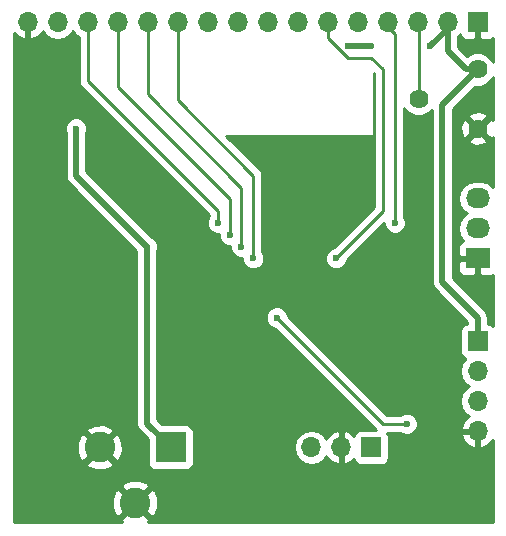
<source format=gbl>
G04 #@! TF.FileFunction,Copper,L2,Bot,Signal*
%FSLAX46Y46*%
G04 Gerber Fmt 4.6, Leading zero omitted, Abs format (unit mm)*
G04 Created by KiCad (PCBNEW 4.0.5+dfsg1-4) date Sat Dec 16 07:09:28 2017*
%MOMM*%
%LPD*%
G01*
G04 APERTURE LIST*
%ADD10C,0.100000*%
%ADD11R,2.600000X2.600000*%
%ADD12C,2.600000*%
%ADD13R,1.700000X1.700000*%
%ADD14O,1.700000X1.700000*%
%ADD15R,2.032000X1.727200*%
%ADD16O,2.032000X1.727200*%
%ADD17C,1.620000*%
%ADD18C,0.600000*%
%ADD19C,0.500000*%
%ADD20C,0.250000*%
%ADD21C,0.254000*%
G04 APERTURE END LIST*
D10*
D11*
X167000000Y-107000000D03*
D12*
X161000000Y-107000000D03*
X164000000Y-111700000D03*
D13*
X193000000Y-71000000D03*
D14*
X190460000Y-71000000D03*
X187920000Y-71000000D03*
X185380000Y-71000000D03*
X182840000Y-71000000D03*
X180300000Y-71000000D03*
X177760000Y-71000000D03*
X175220000Y-71000000D03*
X172680000Y-71000000D03*
X170140000Y-71000000D03*
X167600000Y-71000000D03*
X165060000Y-71000000D03*
X162520000Y-71000000D03*
X159980000Y-71000000D03*
X157440000Y-71000000D03*
X154900000Y-71000000D03*
D15*
X193000000Y-91000000D03*
D16*
X193000000Y-88460000D03*
X193000000Y-85920000D03*
D17*
X193000000Y-80000000D03*
X188000000Y-77500000D03*
X193000000Y-75000000D03*
D13*
X184000000Y-107000000D03*
D14*
X181460000Y-107000000D03*
X178920000Y-107000000D03*
D13*
X193000000Y-98000000D03*
D14*
X193000000Y-100540000D03*
X193000000Y-103080000D03*
X193000000Y-105620000D03*
D18*
X189000000Y-73000000D03*
X184000000Y-73000000D03*
X182000000Y-73000000D03*
X159000000Y-80000000D03*
X165000000Y-90000000D03*
X186000000Y-88000000D03*
X181000000Y-91000000D03*
X174000000Y-91000000D03*
X173000000Y-90000000D03*
X172000000Y-89000000D03*
X171000000Y-88000000D03*
X187000000Y-105000000D03*
X176000000Y-96000000D03*
D19*
X189000000Y-73000000D02*
X190460000Y-71540000D01*
X182000000Y-73000000D02*
X184000000Y-73000000D01*
D20*
X190460000Y-71540000D02*
X190460000Y-71000000D01*
D19*
X159000000Y-80000000D02*
X159000000Y-84000000D01*
X159000000Y-84000000D02*
X165000000Y-90000000D01*
X193000000Y-98000000D02*
X193000000Y-96000000D01*
X190000000Y-78000000D02*
X193000000Y-75000000D01*
X190000000Y-93000000D02*
X190000000Y-78000000D01*
X193000000Y-96000000D02*
X190000000Y-93000000D01*
X165000000Y-105000000D02*
X167000000Y-107000000D01*
X165000000Y-90000000D02*
X165000000Y-105000000D01*
X193000000Y-75000000D02*
X192000000Y-75000000D01*
X192000000Y-75000000D02*
X190460000Y-73460000D01*
X190460000Y-73460000D02*
X190460000Y-71000000D01*
D20*
X188000000Y-77500000D02*
X188000000Y-71080000D01*
X188000000Y-71080000D02*
X187920000Y-71000000D01*
X186000000Y-72000000D02*
X185380000Y-71380000D01*
X186000000Y-88000000D02*
X186000000Y-72000000D01*
X185380000Y-71380000D02*
X185380000Y-71000000D01*
X180300000Y-71000000D02*
X180300000Y-72300000D01*
X185000000Y-87000000D02*
X181000000Y-91000000D01*
X185000000Y-75000000D02*
X185000000Y-87000000D01*
X184000000Y-74000000D02*
X185000000Y-75000000D01*
X182000000Y-74000000D02*
X184000000Y-74000000D01*
X180300000Y-72300000D02*
X182000000Y-74000000D01*
X174000000Y-91000000D02*
X174000000Y-84000000D01*
X174000000Y-84000000D02*
X167600000Y-77600000D01*
X167600000Y-77600000D02*
X167600000Y-71000000D01*
X173000000Y-90000000D02*
X173000000Y-85000000D01*
X173000000Y-85000000D02*
X165060000Y-77060000D01*
X165060000Y-77060000D02*
X165060000Y-71000000D01*
X172000000Y-89000000D02*
X172000000Y-86000000D01*
X172000000Y-86000000D02*
X162520000Y-76520000D01*
X162520000Y-76520000D02*
X162520000Y-71000000D01*
X159980000Y-75980000D02*
X159980000Y-71000000D01*
X171000000Y-87000000D02*
X159980000Y-75980000D01*
X171000000Y-88000000D02*
X171000000Y-87000000D01*
X185000000Y-105000000D02*
X187000000Y-105000000D01*
X176000000Y-96000000D02*
X185000000Y-105000000D01*
D21*
G36*
X155027000Y-70873000D02*
X155047000Y-70873000D01*
X155047000Y-71127000D01*
X155027000Y-71127000D01*
X155027000Y-72320155D01*
X155256890Y-72441476D01*
X155666924Y-72271645D01*
X156095183Y-71881358D01*
X156162298Y-71738447D01*
X156389946Y-72079147D01*
X156871715Y-72401054D01*
X157440000Y-72514093D01*
X158008285Y-72401054D01*
X158490054Y-72079147D01*
X158710000Y-71749974D01*
X158929946Y-72079147D01*
X159220000Y-72272954D01*
X159220000Y-75980000D01*
X159277852Y-76270839D01*
X159442599Y-76517401D01*
X170240000Y-87314802D01*
X170240000Y-87437537D01*
X170207808Y-87469673D01*
X170065162Y-87813201D01*
X170064838Y-88185167D01*
X170206883Y-88528943D01*
X170469673Y-88792192D01*
X170813201Y-88934838D01*
X171065056Y-88935057D01*
X171064838Y-89185167D01*
X171206883Y-89528943D01*
X171469673Y-89792192D01*
X171813201Y-89934838D01*
X172065056Y-89935057D01*
X172064838Y-90185167D01*
X172206883Y-90528943D01*
X172469673Y-90792192D01*
X172813201Y-90934838D01*
X173065056Y-90935057D01*
X173064838Y-91185167D01*
X173206883Y-91528943D01*
X173469673Y-91792192D01*
X173813201Y-91934838D01*
X174185167Y-91935162D01*
X174528943Y-91793117D01*
X174792192Y-91530327D01*
X174934838Y-91186799D01*
X174935162Y-90814833D01*
X174793117Y-90471057D01*
X174760000Y-90437882D01*
X174760000Y-84000000D01*
X174702148Y-83709161D01*
X174537401Y-83462599D01*
X171701802Y-80627000D01*
X184100000Y-80627000D01*
X184146159Y-80618315D01*
X184188553Y-80591035D01*
X184216994Y-80549410D01*
X184227000Y-80500000D01*
X184227000Y-75301802D01*
X184240000Y-75314802D01*
X184240000Y-86685198D01*
X180860320Y-90064878D01*
X180814833Y-90064838D01*
X180471057Y-90206883D01*
X180207808Y-90469673D01*
X180065162Y-90813201D01*
X180064838Y-91185167D01*
X180206883Y-91528943D01*
X180469673Y-91792192D01*
X180813201Y-91934838D01*
X181185167Y-91935162D01*
X181528943Y-91793117D01*
X181792192Y-91530327D01*
X181934838Y-91186799D01*
X181934879Y-91139923D01*
X185064991Y-88009811D01*
X185064838Y-88185167D01*
X185206883Y-88528943D01*
X185469673Y-88792192D01*
X185813201Y-88934838D01*
X186185167Y-88935162D01*
X186528943Y-88793117D01*
X186792192Y-88530327D01*
X186934838Y-88186799D01*
X186935162Y-87814833D01*
X186793117Y-87471057D01*
X186760000Y-87437882D01*
X186760000Y-78282909D01*
X186774275Y-78317457D01*
X187180405Y-78724297D01*
X187711311Y-78944748D01*
X188286167Y-78945250D01*
X188817457Y-78725725D01*
X189115000Y-78428701D01*
X189115000Y-92999995D01*
X189114999Y-93000000D01*
X189171190Y-93282484D01*
X189182367Y-93338675D01*
X189374210Y-93625790D01*
X192115000Y-96366579D01*
X192115000Y-96509146D01*
X191914683Y-96546838D01*
X191698559Y-96685910D01*
X191553569Y-96898110D01*
X191502560Y-97150000D01*
X191502560Y-98850000D01*
X191546838Y-99085317D01*
X191685910Y-99301441D01*
X191898110Y-99446431D01*
X191965541Y-99460086D01*
X191920853Y-99489946D01*
X191598946Y-99971715D01*
X191485907Y-100540000D01*
X191598946Y-101108285D01*
X191920853Y-101590054D01*
X192250026Y-101810000D01*
X191920853Y-102029946D01*
X191598946Y-102511715D01*
X191485907Y-103080000D01*
X191598946Y-103648285D01*
X191920853Y-104130054D01*
X192261553Y-104357702D01*
X192118642Y-104424817D01*
X191728355Y-104853076D01*
X191558524Y-105263110D01*
X191679845Y-105493000D01*
X192873000Y-105493000D01*
X192873000Y-105473000D01*
X193127000Y-105473000D01*
X193127000Y-105493000D01*
X193147000Y-105493000D01*
X193147000Y-105747000D01*
X193127000Y-105747000D01*
X193127000Y-106940819D01*
X193356892Y-107061486D01*
X193881358Y-106815183D01*
X194271645Y-106386924D01*
X194290000Y-106342608D01*
X194290000Y-113290000D01*
X165089678Y-113290000D01*
X165189854Y-113069459D01*
X164000000Y-111879605D01*
X162810146Y-113069459D01*
X162910322Y-113290000D01*
X153710000Y-113290000D01*
X153710000Y-111363880D01*
X162055934Y-111363880D01*
X162075290Y-112133427D01*
X162332545Y-112754496D01*
X162630541Y-112889854D01*
X163820395Y-111700000D01*
X164179605Y-111700000D01*
X165369459Y-112889854D01*
X165667455Y-112754496D01*
X165944066Y-112036120D01*
X165924710Y-111266573D01*
X165667455Y-110645504D01*
X165369459Y-110510146D01*
X164179605Y-111700000D01*
X163820395Y-111700000D01*
X162630541Y-110510146D01*
X162332545Y-110645504D01*
X162055934Y-111363880D01*
X153710000Y-111363880D01*
X153710000Y-110330541D01*
X162810146Y-110330541D01*
X164000000Y-111520395D01*
X165189854Y-110330541D01*
X165054496Y-110032545D01*
X164336120Y-109755934D01*
X163566573Y-109775290D01*
X162945504Y-110032545D01*
X162810146Y-110330541D01*
X153710000Y-110330541D01*
X153710000Y-108369459D01*
X159810146Y-108369459D01*
X159945504Y-108667455D01*
X160663880Y-108944066D01*
X161433427Y-108924710D01*
X162054496Y-108667455D01*
X162189854Y-108369459D01*
X161000000Y-107179605D01*
X159810146Y-108369459D01*
X153710000Y-108369459D01*
X153710000Y-106663880D01*
X159055934Y-106663880D01*
X159075290Y-107433427D01*
X159332545Y-108054496D01*
X159630541Y-108189854D01*
X160820395Y-107000000D01*
X161179605Y-107000000D01*
X162369459Y-108189854D01*
X162667455Y-108054496D01*
X162944066Y-107336120D01*
X162924710Y-106566573D01*
X162667455Y-105945504D01*
X162369459Y-105810146D01*
X161179605Y-107000000D01*
X160820395Y-107000000D01*
X159630541Y-105810146D01*
X159332545Y-105945504D01*
X159055934Y-106663880D01*
X153710000Y-106663880D01*
X153710000Y-105630541D01*
X159810146Y-105630541D01*
X161000000Y-106820395D01*
X162189854Y-105630541D01*
X162054496Y-105332545D01*
X161336120Y-105055934D01*
X160566573Y-105075290D01*
X159945504Y-105332545D01*
X159810146Y-105630541D01*
X153710000Y-105630541D01*
X153710000Y-80185167D01*
X158064838Y-80185167D01*
X158115000Y-80306569D01*
X158115000Y-83999995D01*
X158114999Y-84000000D01*
X158162739Y-84240000D01*
X158182367Y-84338675D01*
X158237642Y-84421400D01*
X158374210Y-84625790D01*
X164115000Y-90366579D01*
X164115000Y-104999995D01*
X164114999Y-105000000D01*
X164164442Y-105248559D01*
X164182367Y-105338675D01*
X164310424Y-105530327D01*
X164374210Y-105625790D01*
X165052560Y-106304140D01*
X165052560Y-108300000D01*
X165096838Y-108535317D01*
X165235910Y-108751441D01*
X165448110Y-108896431D01*
X165700000Y-108947440D01*
X168300000Y-108947440D01*
X168535317Y-108903162D01*
X168751441Y-108764090D01*
X168896431Y-108551890D01*
X168947440Y-108300000D01*
X168947440Y-106970907D01*
X177435000Y-106970907D01*
X177435000Y-107029093D01*
X177548039Y-107597378D01*
X177869946Y-108079147D01*
X178351715Y-108401054D01*
X178920000Y-108514093D01*
X179488285Y-108401054D01*
X179970054Y-108079147D01*
X180197702Y-107738447D01*
X180264817Y-107881358D01*
X180693076Y-108271645D01*
X181103110Y-108441476D01*
X181333000Y-108320155D01*
X181333000Y-107127000D01*
X181313000Y-107127000D01*
X181313000Y-106873000D01*
X181333000Y-106873000D01*
X181333000Y-105679845D01*
X181103110Y-105558524D01*
X180693076Y-105728355D01*
X180264817Y-106118642D01*
X180197702Y-106261553D01*
X179970054Y-105920853D01*
X179488285Y-105598946D01*
X178920000Y-105485907D01*
X178351715Y-105598946D01*
X177869946Y-105920853D01*
X177548039Y-106402622D01*
X177435000Y-106970907D01*
X168947440Y-106970907D01*
X168947440Y-105700000D01*
X168903162Y-105464683D01*
X168764090Y-105248559D01*
X168551890Y-105103569D01*
X168300000Y-105052560D01*
X166304140Y-105052560D01*
X165885000Y-104633420D01*
X165885000Y-96185167D01*
X175064838Y-96185167D01*
X175206883Y-96528943D01*
X175469673Y-96792192D01*
X175813201Y-96934838D01*
X175860077Y-96934879D01*
X184427758Y-105502560D01*
X183150000Y-105502560D01*
X182914683Y-105546838D01*
X182698559Y-105685910D01*
X182553569Y-105898110D01*
X182531699Y-106006107D01*
X182226924Y-105728355D01*
X181816890Y-105558524D01*
X181587000Y-105679845D01*
X181587000Y-106873000D01*
X181607000Y-106873000D01*
X181607000Y-107127000D01*
X181587000Y-107127000D01*
X181587000Y-108320155D01*
X181816890Y-108441476D01*
X182226924Y-108271645D01*
X182529937Y-107995499D01*
X182546838Y-108085317D01*
X182685910Y-108301441D01*
X182898110Y-108446431D01*
X183150000Y-108497440D01*
X184850000Y-108497440D01*
X185085317Y-108453162D01*
X185301441Y-108314090D01*
X185446431Y-108101890D01*
X185497440Y-107850000D01*
X185497440Y-106150000D01*
X185464868Y-105976890D01*
X191558524Y-105976890D01*
X191728355Y-106386924D01*
X192118642Y-106815183D01*
X192643108Y-107061486D01*
X192873000Y-106940819D01*
X192873000Y-105747000D01*
X191679845Y-105747000D01*
X191558524Y-105976890D01*
X185464868Y-105976890D01*
X185453162Y-105914683D01*
X185353626Y-105760000D01*
X186437537Y-105760000D01*
X186469673Y-105792192D01*
X186813201Y-105934838D01*
X187185167Y-105935162D01*
X187528943Y-105793117D01*
X187792192Y-105530327D01*
X187934838Y-105186799D01*
X187935162Y-104814833D01*
X187793117Y-104471057D01*
X187530327Y-104207808D01*
X187186799Y-104065162D01*
X186814833Y-104064838D01*
X186471057Y-104206883D01*
X186437882Y-104240000D01*
X185314802Y-104240000D01*
X176935122Y-95860320D01*
X176935162Y-95814833D01*
X176793117Y-95471057D01*
X176530327Y-95207808D01*
X176186799Y-95065162D01*
X175814833Y-95064838D01*
X175471057Y-95206883D01*
X175207808Y-95469673D01*
X175065162Y-95813201D01*
X175064838Y-96185167D01*
X165885000Y-96185167D01*
X165885000Y-90306822D01*
X165934838Y-90186799D01*
X165935162Y-89814833D01*
X165793117Y-89471057D01*
X165530327Y-89207808D01*
X165409013Y-89157434D01*
X159885000Y-83633420D01*
X159885000Y-80306822D01*
X159934838Y-80186799D01*
X159935162Y-79814833D01*
X159793117Y-79471057D01*
X159530327Y-79207808D01*
X159186799Y-79065162D01*
X158814833Y-79064838D01*
X158471057Y-79206883D01*
X158207808Y-79469673D01*
X158065162Y-79813201D01*
X158064838Y-80185167D01*
X153710000Y-80185167D01*
X153710000Y-71886081D01*
X154133076Y-72271645D01*
X154543110Y-72441476D01*
X154773000Y-72320155D01*
X154773000Y-71127000D01*
X154753000Y-71127000D01*
X154753000Y-70873000D01*
X154773000Y-70873000D01*
X154773000Y-70853000D01*
X155027000Y-70853000D01*
X155027000Y-70873000D01*
X155027000Y-70873000D01*
G37*
X155027000Y-70873000D02*
X155047000Y-70873000D01*
X155047000Y-71127000D01*
X155027000Y-71127000D01*
X155027000Y-72320155D01*
X155256890Y-72441476D01*
X155666924Y-72271645D01*
X156095183Y-71881358D01*
X156162298Y-71738447D01*
X156389946Y-72079147D01*
X156871715Y-72401054D01*
X157440000Y-72514093D01*
X158008285Y-72401054D01*
X158490054Y-72079147D01*
X158710000Y-71749974D01*
X158929946Y-72079147D01*
X159220000Y-72272954D01*
X159220000Y-75980000D01*
X159277852Y-76270839D01*
X159442599Y-76517401D01*
X170240000Y-87314802D01*
X170240000Y-87437537D01*
X170207808Y-87469673D01*
X170065162Y-87813201D01*
X170064838Y-88185167D01*
X170206883Y-88528943D01*
X170469673Y-88792192D01*
X170813201Y-88934838D01*
X171065056Y-88935057D01*
X171064838Y-89185167D01*
X171206883Y-89528943D01*
X171469673Y-89792192D01*
X171813201Y-89934838D01*
X172065056Y-89935057D01*
X172064838Y-90185167D01*
X172206883Y-90528943D01*
X172469673Y-90792192D01*
X172813201Y-90934838D01*
X173065056Y-90935057D01*
X173064838Y-91185167D01*
X173206883Y-91528943D01*
X173469673Y-91792192D01*
X173813201Y-91934838D01*
X174185167Y-91935162D01*
X174528943Y-91793117D01*
X174792192Y-91530327D01*
X174934838Y-91186799D01*
X174935162Y-90814833D01*
X174793117Y-90471057D01*
X174760000Y-90437882D01*
X174760000Y-84000000D01*
X174702148Y-83709161D01*
X174537401Y-83462599D01*
X171701802Y-80627000D01*
X184100000Y-80627000D01*
X184146159Y-80618315D01*
X184188553Y-80591035D01*
X184216994Y-80549410D01*
X184227000Y-80500000D01*
X184227000Y-75301802D01*
X184240000Y-75314802D01*
X184240000Y-86685198D01*
X180860320Y-90064878D01*
X180814833Y-90064838D01*
X180471057Y-90206883D01*
X180207808Y-90469673D01*
X180065162Y-90813201D01*
X180064838Y-91185167D01*
X180206883Y-91528943D01*
X180469673Y-91792192D01*
X180813201Y-91934838D01*
X181185167Y-91935162D01*
X181528943Y-91793117D01*
X181792192Y-91530327D01*
X181934838Y-91186799D01*
X181934879Y-91139923D01*
X185064991Y-88009811D01*
X185064838Y-88185167D01*
X185206883Y-88528943D01*
X185469673Y-88792192D01*
X185813201Y-88934838D01*
X186185167Y-88935162D01*
X186528943Y-88793117D01*
X186792192Y-88530327D01*
X186934838Y-88186799D01*
X186935162Y-87814833D01*
X186793117Y-87471057D01*
X186760000Y-87437882D01*
X186760000Y-78282909D01*
X186774275Y-78317457D01*
X187180405Y-78724297D01*
X187711311Y-78944748D01*
X188286167Y-78945250D01*
X188817457Y-78725725D01*
X189115000Y-78428701D01*
X189115000Y-92999995D01*
X189114999Y-93000000D01*
X189171190Y-93282484D01*
X189182367Y-93338675D01*
X189374210Y-93625790D01*
X192115000Y-96366579D01*
X192115000Y-96509146D01*
X191914683Y-96546838D01*
X191698559Y-96685910D01*
X191553569Y-96898110D01*
X191502560Y-97150000D01*
X191502560Y-98850000D01*
X191546838Y-99085317D01*
X191685910Y-99301441D01*
X191898110Y-99446431D01*
X191965541Y-99460086D01*
X191920853Y-99489946D01*
X191598946Y-99971715D01*
X191485907Y-100540000D01*
X191598946Y-101108285D01*
X191920853Y-101590054D01*
X192250026Y-101810000D01*
X191920853Y-102029946D01*
X191598946Y-102511715D01*
X191485907Y-103080000D01*
X191598946Y-103648285D01*
X191920853Y-104130054D01*
X192261553Y-104357702D01*
X192118642Y-104424817D01*
X191728355Y-104853076D01*
X191558524Y-105263110D01*
X191679845Y-105493000D01*
X192873000Y-105493000D01*
X192873000Y-105473000D01*
X193127000Y-105473000D01*
X193127000Y-105493000D01*
X193147000Y-105493000D01*
X193147000Y-105747000D01*
X193127000Y-105747000D01*
X193127000Y-106940819D01*
X193356892Y-107061486D01*
X193881358Y-106815183D01*
X194271645Y-106386924D01*
X194290000Y-106342608D01*
X194290000Y-113290000D01*
X165089678Y-113290000D01*
X165189854Y-113069459D01*
X164000000Y-111879605D01*
X162810146Y-113069459D01*
X162910322Y-113290000D01*
X153710000Y-113290000D01*
X153710000Y-111363880D01*
X162055934Y-111363880D01*
X162075290Y-112133427D01*
X162332545Y-112754496D01*
X162630541Y-112889854D01*
X163820395Y-111700000D01*
X164179605Y-111700000D01*
X165369459Y-112889854D01*
X165667455Y-112754496D01*
X165944066Y-112036120D01*
X165924710Y-111266573D01*
X165667455Y-110645504D01*
X165369459Y-110510146D01*
X164179605Y-111700000D01*
X163820395Y-111700000D01*
X162630541Y-110510146D01*
X162332545Y-110645504D01*
X162055934Y-111363880D01*
X153710000Y-111363880D01*
X153710000Y-110330541D01*
X162810146Y-110330541D01*
X164000000Y-111520395D01*
X165189854Y-110330541D01*
X165054496Y-110032545D01*
X164336120Y-109755934D01*
X163566573Y-109775290D01*
X162945504Y-110032545D01*
X162810146Y-110330541D01*
X153710000Y-110330541D01*
X153710000Y-108369459D01*
X159810146Y-108369459D01*
X159945504Y-108667455D01*
X160663880Y-108944066D01*
X161433427Y-108924710D01*
X162054496Y-108667455D01*
X162189854Y-108369459D01*
X161000000Y-107179605D01*
X159810146Y-108369459D01*
X153710000Y-108369459D01*
X153710000Y-106663880D01*
X159055934Y-106663880D01*
X159075290Y-107433427D01*
X159332545Y-108054496D01*
X159630541Y-108189854D01*
X160820395Y-107000000D01*
X161179605Y-107000000D01*
X162369459Y-108189854D01*
X162667455Y-108054496D01*
X162944066Y-107336120D01*
X162924710Y-106566573D01*
X162667455Y-105945504D01*
X162369459Y-105810146D01*
X161179605Y-107000000D01*
X160820395Y-107000000D01*
X159630541Y-105810146D01*
X159332545Y-105945504D01*
X159055934Y-106663880D01*
X153710000Y-106663880D01*
X153710000Y-105630541D01*
X159810146Y-105630541D01*
X161000000Y-106820395D01*
X162189854Y-105630541D01*
X162054496Y-105332545D01*
X161336120Y-105055934D01*
X160566573Y-105075290D01*
X159945504Y-105332545D01*
X159810146Y-105630541D01*
X153710000Y-105630541D01*
X153710000Y-80185167D01*
X158064838Y-80185167D01*
X158115000Y-80306569D01*
X158115000Y-83999995D01*
X158114999Y-84000000D01*
X158162739Y-84240000D01*
X158182367Y-84338675D01*
X158237642Y-84421400D01*
X158374210Y-84625790D01*
X164115000Y-90366579D01*
X164115000Y-104999995D01*
X164114999Y-105000000D01*
X164164442Y-105248559D01*
X164182367Y-105338675D01*
X164310424Y-105530327D01*
X164374210Y-105625790D01*
X165052560Y-106304140D01*
X165052560Y-108300000D01*
X165096838Y-108535317D01*
X165235910Y-108751441D01*
X165448110Y-108896431D01*
X165700000Y-108947440D01*
X168300000Y-108947440D01*
X168535317Y-108903162D01*
X168751441Y-108764090D01*
X168896431Y-108551890D01*
X168947440Y-108300000D01*
X168947440Y-106970907D01*
X177435000Y-106970907D01*
X177435000Y-107029093D01*
X177548039Y-107597378D01*
X177869946Y-108079147D01*
X178351715Y-108401054D01*
X178920000Y-108514093D01*
X179488285Y-108401054D01*
X179970054Y-108079147D01*
X180197702Y-107738447D01*
X180264817Y-107881358D01*
X180693076Y-108271645D01*
X181103110Y-108441476D01*
X181333000Y-108320155D01*
X181333000Y-107127000D01*
X181313000Y-107127000D01*
X181313000Y-106873000D01*
X181333000Y-106873000D01*
X181333000Y-105679845D01*
X181103110Y-105558524D01*
X180693076Y-105728355D01*
X180264817Y-106118642D01*
X180197702Y-106261553D01*
X179970054Y-105920853D01*
X179488285Y-105598946D01*
X178920000Y-105485907D01*
X178351715Y-105598946D01*
X177869946Y-105920853D01*
X177548039Y-106402622D01*
X177435000Y-106970907D01*
X168947440Y-106970907D01*
X168947440Y-105700000D01*
X168903162Y-105464683D01*
X168764090Y-105248559D01*
X168551890Y-105103569D01*
X168300000Y-105052560D01*
X166304140Y-105052560D01*
X165885000Y-104633420D01*
X165885000Y-96185167D01*
X175064838Y-96185167D01*
X175206883Y-96528943D01*
X175469673Y-96792192D01*
X175813201Y-96934838D01*
X175860077Y-96934879D01*
X184427758Y-105502560D01*
X183150000Y-105502560D01*
X182914683Y-105546838D01*
X182698559Y-105685910D01*
X182553569Y-105898110D01*
X182531699Y-106006107D01*
X182226924Y-105728355D01*
X181816890Y-105558524D01*
X181587000Y-105679845D01*
X181587000Y-106873000D01*
X181607000Y-106873000D01*
X181607000Y-107127000D01*
X181587000Y-107127000D01*
X181587000Y-108320155D01*
X181816890Y-108441476D01*
X182226924Y-108271645D01*
X182529937Y-107995499D01*
X182546838Y-108085317D01*
X182685910Y-108301441D01*
X182898110Y-108446431D01*
X183150000Y-108497440D01*
X184850000Y-108497440D01*
X185085317Y-108453162D01*
X185301441Y-108314090D01*
X185446431Y-108101890D01*
X185497440Y-107850000D01*
X185497440Y-106150000D01*
X185464868Y-105976890D01*
X191558524Y-105976890D01*
X191728355Y-106386924D01*
X192118642Y-106815183D01*
X192643108Y-107061486D01*
X192873000Y-106940819D01*
X192873000Y-105747000D01*
X191679845Y-105747000D01*
X191558524Y-105976890D01*
X185464868Y-105976890D01*
X185453162Y-105914683D01*
X185353626Y-105760000D01*
X186437537Y-105760000D01*
X186469673Y-105792192D01*
X186813201Y-105934838D01*
X187185167Y-105935162D01*
X187528943Y-105793117D01*
X187792192Y-105530327D01*
X187934838Y-105186799D01*
X187935162Y-104814833D01*
X187793117Y-104471057D01*
X187530327Y-104207808D01*
X187186799Y-104065162D01*
X186814833Y-104064838D01*
X186471057Y-104206883D01*
X186437882Y-104240000D01*
X185314802Y-104240000D01*
X176935122Y-95860320D01*
X176935162Y-95814833D01*
X176793117Y-95471057D01*
X176530327Y-95207808D01*
X176186799Y-95065162D01*
X175814833Y-95064838D01*
X175471057Y-95206883D01*
X175207808Y-95469673D01*
X175065162Y-95813201D01*
X175064838Y-96185167D01*
X165885000Y-96185167D01*
X165885000Y-90306822D01*
X165934838Y-90186799D01*
X165935162Y-89814833D01*
X165793117Y-89471057D01*
X165530327Y-89207808D01*
X165409013Y-89157434D01*
X159885000Y-83633420D01*
X159885000Y-80306822D01*
X159934838Y-80186799D01*
X159935162Y-79814833D01*
X159793117Y-79471057D01*
X159530327Y-79207808D01*
X159186799Y-79065162D01*
X158814833Y-79064838D01*
X158471057Y-79206883D01*
X158207808Y-79469673D01*
X158065162Y-79813201D01*
X158064838Y-80185167D01*
X153710000Y-80185167D01*
X153710000Y-71886081D01*
X154133076Y-72271645D01*
X154543110Y-72441476D01*
X154773000Y-72320155D01*
X154773000Y-71127000D01*
X154753000Y-71127000D01*
X154753000Y-70873000D01*
X154773000Y-70873000D01*
X154773000Y-70853000D01*
X155027000Y-70853000D01*
X155027000Y-70873000D01*
G36*
X194290000Y-79307230D02*
X194262144Y-79239980D01*
X194014988Y-79164617D01*
X193179605Y-80000000D01*
X194014988Y-80835383D01*
X194262144Y-80760020D01*
X194290000Y-80682668D01*
X194290000Y-84928553D01*
X194244415Y-84860330D01*
X193758234Y-84535474D01*
X193184745Y-84421400D01*
X192815255Y-84421400D01*
X192241766Y-84535474D01*
X191755585Y-84860330D01*
X191430729Y-85346511D01*
X191316655Y-85920000D01*
X191430729Y-86493489D01*
X191755585Y-86979670D01*
X192070366Y-87190000D01*
X191755585Y-87400330D01*
X191430729Y-87886511D01*
X191316655Y-88460000D01*
X191430729Y-89033489D01*
X191755585Y-89519670D01*
X191777780Y-89534500D01*
X191624302Y-89598073D01*
X191445673Y-89776701D01*
X191349000Y-90010090D01*
X191349000Y-90714250D01*
X191507750Y-90873000D01*
X192873000Y-90873000D01*
X192873000Y-90853000D01*
X193127000Y-90853000D01*
X193127000Y-90873000D01*
X193147000Y-90873000D01*
X193147000Y-91127000D01*
X193127000Y-91127000D01*
X193127000Y-92339850D01*
X193285750Y-92498600D01*
X194142309Y-92498600D01*
X194290000Y-92437424D01*
X194290000Y-96682099D01*
X194101890Y-96553569D01*
X193885000Y-96509648D01*
X193885000Y-96000005D01*
X193885001Y-96000000D01*
X193817633Y-95661326D01*
X193817633Y-95661325D01*
X193625790Y-95374210D01*
X193625787Y-95374208D01*
X190885000Y-92633420D01*
X190885000Y-91285750D01*
X191349000Y-91285750D01*
X191349000Y-91989910D01*
X191445673Y-92223299D01*
X191624302Y-92401927D01*
X191857691Y-92498600D01*
X192714250Y-92498600D01*
X192873000Y-92339850D01*
X192873000Y-91127000D01*
X191507750Y-91127000D01*
X191349000Y-91285750D01*
X190885000Y-91285750D01*
X190885000Y-81014988D01*
X192164617Y-81014988D01*
X192239980Y-81262144D01*
X192780834Y-81456916D01*
X193355055Y-81429886D01*
X193760020Y-81262144D01*
X193835383Y-81014988D01*
X193000000Y-80179605D01*
X192164617Y-81014988D01*
X190885000Y-81014988D01*
X190885000Y-79780834D01*
X191543084Y-79780834D01*
X191570114Y-80355055D01*
X191737856Y-80760020D01*
X191985012Y-80835383D01*
X192820395Y-80000000D01*
X191985012Y-79164617D01*
X191737856Y-79239980D01*
X191543084Y-79780834D01*
X190885000Y-79780834D01*
X190885000Y-78985012D01*
X192164617Y-78985012D01*
X193000000Y-79820395D01*
X193835383Y-78985012D01*
X193760020Y-78737856D01*
X193219166Y-78543084D01*
X192644945Y-78570114D01*
X192239980Y-78737856D01*
X192164617Y-78985012D01*
X190885000Y-78985012D01*
X190885000Y-78366580D01*
X192806748Y-76444831D01*
X193286167Y-76445250D01*
X193817457Y-76225725D01*
X194224297Y-75819595D01*
X194290000Y-75661364D01*
X194290000Y-79307230D01*
X194290000Y-79307230D01*
G37*
X194290000Y-79307230D02*
X194262144Y-79239980D01*
X194014988Y-79164617D01*
X193179605Y-80000000D01*
X194014988Y-80835383D01*
X194262144Y-80760020D01*
X194290000Y-80682668D01*
X194290000Y-84928553D01*
X194244415Y-84860330D01*
X193758234Y-84535474D01*
X193184745Y-84421400D01*
X192815255Y-84421400D01*
X192241766Y-84535474D01*
X191755585Y-84860330D01*
X191430729Y-85346511D01*
X191316655Y-85920000D01*
X191430729Y-86493489D01*
X191755585Y-86979670D01*
X192070366Y-87190000D01*
X191755585Y-87400330D01*
X191430729Y-87886511D01*
X191316655Y-88460000D01*
X191430729Y-89033489D01*
X191755585Y-89519670D01*
X191777780Y-89534500D01*
X191624302Y-89598073D01*
X191445673Y-89776701D01*
X191349000Y-90010090D01*
X191349000Y-90714250D01*
X191507750Y-90873000D01*
X192873000Y-90873000D01*
X192873000Y-90853000D01*
X193127000Y-90853000D01*
X193127000Y-90873000D01*
X193147000Y-90873000D01*
X193147000Y-91127000D01*
X193127000Y-91127000D01*
X193127000Y-92339850D01*
X193285750Y-92498600D01*
X194142309Y-92498600D01*
X194290000Y-92437424D01*
X194290000Y-96682099D01*
X194101890Y-96553569D01*
X193885000Y-96509648D01*
X193885000Y-96000005D01*
X193885001Y-96000000D01*
X193817633Y-95661326D01*
X193817633Y-95661325D01*
X193625790Y-95374210D01*
X193625787Y-95374208D01*
X190885000Y-92633420D01*
X190885000Y-91285750D01*
X191349000Y-91285750D01*
X191349000Y-91989910D01*
X191445673Y-92223299D01*
X191624302Y-92401927D01*
X191857691Y-92498600D01*
X192714250Y-92498600D01*
X192873000Y-92339850D01*
X192873000Y-91127000D01*
X191507750Y-91127000D01*
X191349000Y-91285750D01*
X190885000Y-91285750D01*
X190885000Y-81014988D01*
X192164617Y-81014988D01*
X192239980Y-81262144D01*
X192780834Y-81456916D01*
X193355055Y-81429886D01*
X193760020Y-81262144D01*
X193835383Y-81014988D01*
X193000000Y-80179605D01*
X192164617Y-81014988D01*
X190885000Y-81014988D01*
X190885000Y-79780834D01*
X191543084Y-79780834D01*
X191570114Y-80355055D01*
X191737856Y-80760020D01*
X191985012Y-80835383D01*
X192820395Y-80000000D01*
X191985012Y-79164617D01*
X191737856Y-79239980D01*
X191543084Y-79780834D01*
X190885000Y-79780834D01*
X190885000Y-78985012D01*
X192164617Y-78985012D01*
X193000000Y-79820395D01*
X193835383Y-78985012D01*
X193760020Y-78737856D01*
X193219166Y-78543084D01*
X192644945Y-78570114D01*
X192239980Y-78737856D01*
X192164617Y-78985012D01*
X190885000Y-78985012D01*
X190885000Y-78366580D01*
X192806748Y-76444831D01*
X193286167Y-76445250D01*
X193817457Y-76225725D01*
X194224297Y-75819595D01*
X194290000Y-75661364D01*
X194290000Y-79307230D01*
G36*
X193127000Y-70873000D02*
X193147000Y-70873000D01*
X193147000Y-71127000D01*
X193127000Y-71127000D01*
X193127000Y-72326250D01*
X193285750Y-72485000D01*
X193976310Y-72485000D01*
X194209699Y-72388327D01*
X194290000Y-72308026D01*
X194290000Y-74338100D01*
X194225725Y-74182543D01*
X193819595Y-73775703D01*
X193288689Y-73555252D01*
X192713833Y-73554750D01*
X192182543Y-73774275D01*
X192104130Y-73852551D01*
X191345000Y-73093420D01*
X191345000Y-72189432D01*
X191510054Y-72079147D01*
X191539403Y-72035223D01*
X191611673Y-72209698D01*
X191790301Y-72388327D01*
X192023690Y-72485000D01*
X192714250Y-72485000D01*
X192873000Y-72326250D01*
X192873000Y-71127000D01*
X192853000Y-71127000D01*
X192853000Y-70873000D01*
X192873000Y-70873000D01*
X192873000Y-70853000D01*
X193127000Y-70853000D01*
X193127000Y-70873000D01*
X193127000Y-70873000D01*
G37*
X193127000Y-70873000D02*
X193147000Y-70873000D01*
X193147000Y-71127000D01*
X193127000Y-71127000D01*
X193127000Y-72326250D01*
X193285750Y-72485000D01*
X193976310Y-72485000D01*
X194209699Y-72388327D01*
X194290000Y-72308026D01*
X194290000Y-74338100D01*
X194225725Y-74182543D01*
X193819595Y-73775703D01*
X193288689Y-73555252D01*
X192713833Y-73554750D01*
X192182543Y-73774275D01*
X192104130Y-73852551D01*
X191345000Y-73093420D01*
X191345000Y-72189432D01*
X191510054Y-72079147D01*
X191539403Y-72035223D01*
X191611673Y-72209698D01*
X191790301Y-72388327D01*
X192023690Y-72485000D01*
X192714250Y-72485000D01*
X192873000Y-72326250D01*
X192873000Y-71127000D01*
X192853000Y-71127000D01*
X192853000Y-70873000D01*
X192873000Y-70873000D01*
X192873000Y-70853000D01*
X193127000Y-70853000D01*
X193127000Y-70873000D01*
G36*
X182967000Y-70873000D02*
X182987000Y-70873000D01*
X182987000Y-71127000D01*
X182967000Y-71127000D01*
X182967000Y-71147000D01*
X182713000Y-71147000D01*
X182713000Y-71127000D01*
X182693000Y-71127000D01*
X182693000Y-70873000D01*
X182713000Y-70873000D01*
X182713000Y-70853000D01*
X182967000Y-70853000D01*
X182967000Y-70873000D01*
X182967000Y-70873000D01*
G37*
X182967000Y-70873000D02*
X182987000Y-70873000D01*
X182987000Y-71127000D01*
X182967000Y-71127000D01*
X182967000Y-71147000D01*
X182713000Y-71147000D01*
X182713000Y-71127000D01*
X182693000Y-71127000D01*
X182693000Y-70873000D01*
X182713000Y-70873000D01*
X182713000Y-70853000D01*
X182967000Y-70853000D01*
X182967000Y-70873000D01*
M02*

</source>
